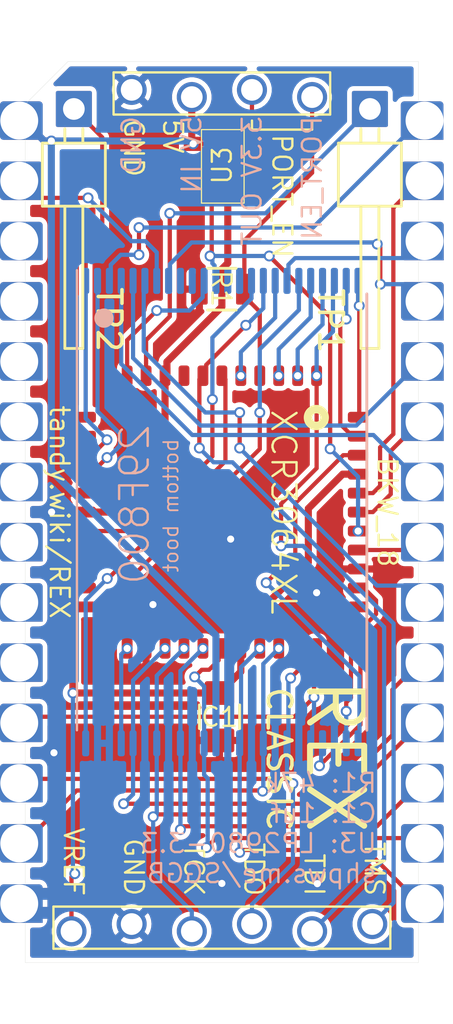
<source format=kicad_pcb>
(kicad_pcb (version 20171130) (host pcbnew 5.1.10-88a1d61d58~88~ubuntu20.10.1)
  (title_block (title "REX Classic, BKW re-spin") (date 2021-07-07) (rev 18) (company "Brian K. White - b.kenyon.w@gmail.com") (comment 1 "Original design: Steve Adolph"))
  (layers (0 Top signal) (31 Bottom signal) (34 B.Paste user hide) (35 F.Paste user hide) (36 B.SilkS user) (37 F.SilkS user) (38 B.Mask user) (39 F.Mask user) (44 Edge.Cuts user))
  (net 0 "")
  (net 1 GND)
  (net 2 +3V3)
  (net 3 /LVA17)
  (net 4 /LVA0)
  (net 5 /LVA1)
  (net 6 /LVA2)
  (net 7 /LVA3)
  (net 8 /LVA5)
  (net 9 /LVA6)
  (net 10 /LVA7)
  (net 11 /A8)
  (net 12 /LVA18)
  (net 13 /A9)
  (net 14 /A10)
  (net 15 /A11)
  (net 16 /A12)
  (net 17 /A13)
  (net 18 /A14)
  (net 19 /LVA15)
  (net 20 /LVA16)
  (net 21 /PORT_EN)
  (net 22 /ALE)
  (net 23 /~WE)
  (net 24 /D2)
  (net 25 /D0)
  (net 26 /D7)
  (net 27 /D5)
  (net 28 /D4)
  (net 29 /D3)
  (net 30 /~RESET)
  (net 31 /RY~BY)
  (net 32 /~OE_MEM)
  (net 33 /~CE_MEM)
  (net 34 /~CS_BUS)
  (net 35 /~OE_BUS)
  (net 36 +5V)
  (net 37 /D1_TDO)
  (net 38 /D6_TCK)
  (net 39 /LVA19_TMS)
  (net 40 /LVA4_TDI)
  (net 41 "Net-(TP1-Pad1)")
  (net 42 "Net-(TP2-Pad1)")
  (module 000_LOCAL:Molex78802_PCB_28 (layer Top) (at 147.2184 99.187)
    (fp_text reference J1 hide)
    (fp_text value TRS-80_Model_100_Option_ROM hide)
    (fp_poly (pts (xy -7.717 -15.8496) (xy -9.2156 -15.8496) (xy -9.2156 -17.1704) (xy -7.717 -17.1704)) (layer Bottom) (width 0.3048))
    (fp_poly (pts (xy -7.717 -15.8496) (xy -9.2156 -15.8496) (xy -9.2156 -17.1704) (xy -7.717 -17.1704)) (layer Top) (width 0.3048))
    (fp_poly (pts (xy -7.717 -13.3096) (xy -9.2156 -13.3096) (xy -9.2156 -14.6304) (xy -7.717 -14.6304)) (layer Top) (width 0.3048))
    (fp_poly (pts (xy -7.717 -10.7696) (xy -9.2156 -10.7696) (xy -9.2156 -12.0904) (xy -7.717 -12.0904)) (layer Top) (width 0.3048))
    (fp_poly (pts (xy -7.717 -8.2296) (xy -9.2156 -8.2296) (xy -9.2156 -9.5504) (xy -7.717 -9.5504)) (layer Top) (width 0.3048))
    (fp_poly (pts (xy -7.717 -5.6896) (xy -9.2156 -5.6896) (xy -9.2156 -7.0104) (xy -7.717 -7.0104)) (layer Top) (width 0.3048))
    (fp_poly (pts (xy -7.717 -3.1496) (xy -9.2156 -3.1496) (xy -9.2156 -4.4704) (xy -7.717 -4.4704)) (layer Top) (width 0.3048))
    (fp_poly (pts (xy -7.717 -0.6096) (xy -9.2156 -0.6096) (xy -9.2156 -1.9304) (xy -7.717 -1.9304)) (layer Top) (width 0.3048))
    (fp_poly (pts (xy -7.717 1.9304) (xy -9.2156 1.9304) (xy -9.2156 0.6096) (xy -7.717 0.6096)) (layer Top) (width 0.3048))
    (fp_poly (pts (xy -7.717 4.4704) (xy -9.2156 4.4704) (xy -9.2156 3.1496) (xy -7.717 3.1496)) (layer Top) (width 0.3048))
    (fp_poly (pts (xy -7.717 7.0104) (xy -9.2156 7.0104) (xy -9.2156 5.6896) (xy -7.717 5.6896)) (layer Top) (width 0.3048))
    (fp_poly (pts (xy -7.717 9.5504) (xy -9.2156 9.5504) (xy -9.2156 8.2296) (xy -7.717 8.2296)) (layer Top) (width 0.3048))
    (fp_poly (pts (xy -7.717 12.0904) (xy -9.2156 12.0904) (xy -9.2156 10.7696) (xy -7.717 10.7696)) (layer Top) (width 0.3048))
    (fp_poly (pts (xy -7.717 14.6304) (xy -9.2156 14.6304) (xy -9.2156 13.3096) (xy -7.717 13.3096)) (layer Top) (width 0.3048))
    (fp_poly (pts (xy -7.717 17.1704) (xy -9.2156 17.1704) (xy -9.2156 15.8496) (xy -7.717 15.8496)) (layer Top) (width 0.3048))
    (fp_poly (pts (xy -7.717 10.7696) (xy -9.2156 10.7696) (xy -9.2156 12.0904) (xy -7.717 12.0904)) (layer Bottom) (width 0.3048))
    (fp_poly (pts (xy -7.717 15.8496) (xy -9.2156 15.8496) (xy -9.2156 17.1704) (xy -7.717 17.1704)) (layer Bottom) (width 0.3048))
    (fp_poly (pts (xy -7.717 -14.6304) (xy -9.2156 -14.6304) (xy -9.2156 -13.3096) (xy -7.717 -13.3096)) (layer Bottom) (width 0.3048))
    (fp_poly (pts (xy -7.717 8.2296) (xy -9.2156 8.2296) (xy -9.2156 9.5504) (xy -7.717 9.5504)) (layer Bottom) (width 0.3048))
    (fp_poly (pts (xy -7.717 5.6896) (xy -9.2156 5.6896) (xy -9.2156 7.0104) (xy -7.717 7.0104)) (layer Bottom) (width 0.3048))
    (fp_poly (pts (xy -7.717 -7.0104) (xy -9.2156 -7.0104) (xy -9.2156 -5.6896) (xy -7.717 -5.6896)) (layer Bottom) (width 0.3048))
    (fp_poly (pts (xy -7.717 -9.5504) (xy -9.2156 -9.5504) (xy -9.2156 -8.2296) (xy -7.717 -8.2296)) (layer Bottom) (width 0.3048))
    (fp_poly (pts (xy -7.717 13.3096) (xy -9.2156 13.3096) (xy -9.2156 14.6304) (xy -7.717 14.6304)) (layer Bottom) (width 0.3048))
    (fp_poly (pts (xy -7.717 -1.9304) (xy -9.2156 -1.9304) (xy -9.2156 -0.6096) (xy -7.717 -0.6096)) (layer Bottom) (width 0.3048))
    (fp_poly (pts (xy -7.717 -4.4704) (xy -9.2156 -4.4704) (xy -9.2156 -3.1496) (xy -7.717 -3.1496)) (layer Bottom) (width 0.3048))
    (fp_poly (pts (xy -7.717 -12.0904) (xy -9.2156 -12.0904) (xy -9.2156 -10.7696) (xy -7.717 -10.7696)) (layer Bottom) (width 0.3048))
    (fp_poly (pts (xy -7.717 3.1496) (xy -9.2156 3.1496) (xy -9.2156 4.4704) (xy -7.717 4.4704)) (layer Bottom) (width 0.3048))
    (fp_poly (pts (xy -7.717 0.6096) (xy -9.2156 0.6096) (xy -9.2156 1.9304) (xy -7.717 1.9304)) (layer Bottom) (width 0.3048))
    (fp_poly (pts (xy 9.2029 -15.8496) (xy 7.7043 -15.8496) (xy 7.7043 -17.1704) (xy 9.2029 -17.1704)) (layer Bottom) (width 0.3048))
    (fp_poly (pts (xy 9.2029 -15.8496) (xy 7.7043 -15.8496) (xy 7.7043 -17.1704) (xy 9.2029 -17.1704)) (layer Top) (width 0.3048))
    (fp_poly (pts (xy 9.2156 -8.2296) (xy 7.717 -8.2296) (xy 7.717 -9.5504) (xy 9.2156 -9.5504)) (layer Top) (width 0.3048))
    (fp_poly (pts (xy 9.2156 15.8496) (xy 7.717 15.8496) (xy 7.717 17.1704) (xy 9.2156 17.1704)) (layer Bottom) (width 0.3048))
    (fp_poly (pts (xy 9.2156 -13.3096) (xy 7.717 -13.3096) (xy 7.717 -14.6304) (xy 9.2156 -14.6304)) (layer Top) (width 0.3048))
    (fp_poly (pts (xy 9.2156 -7.0104) (xy 7.717 -7.0104) (xy 7.717 -5.6896) (xy 9.2156 -5.6896)) (layer Bottom) (width 0.3048))
    (fp_poly (pts (xy 9.2156 5.6896) (xy 7.717 5.6896) (xy 7.717 7.0104) (xy 9.2156 7.0104)) (layer Bottom) (width 0.3048))
    (fp_poly (pts (xy 9.2156 17.1704) (xy 7.717 17.1704) (xy 7.717 15.8496) (xy 9.2156 15.8496)) (layer Top) (width 0.3048))
    (fp_poly (pts (xy 9.2156 -5.6896) (xy 7.717 -5.6896) (xy 7.717 -7.0104) (xy 9.2156 -7.0104)) (layer Top) (width 0.3048))
    (fp_poly (pts (xy 9.2156 -1.9304) (xy 7.717 -1.9304) (xy 7.717 -0.6096) (xy 9.2156 -0.6096)) (layer Bottom) (width 0.3048))
    (fp_poly (pts (xy 9.2156 -3.1496) (xy 7.717 -3.1496) (xy 7.717 -4.4704) (xy 9.2156 -4.4704)) (layer Top) (width 0.3048))
    (fp_poly (pts (xy 9.2156 9.5504) (xy 7.717 9.5504) (xy 7.717 8.2296) (xy 9.2156 8.2296)) (layer Top) (width 0.3048))
    (fp_poly (pts (xy 9.2156 12.0904) (xy 7.717 12.0904) (xy 7.717 10.7696) (xy 9.2156 10.7696)) (layer Top) (width 0.3048))
    (fp_poly (pts (xy 9.2156 -14.6304) (xy 7.717 -14.6304) (xy 7.717 -13.3096) (xy 9.2156 -13.3096)) (layer Bottom) (width 0.3048))
    (fp_poly (pts (xy 9.2156 -12.0904) (xy 7.717 -12.0904) (xy 7.717 -10.7696) (xy 9.2156 -10.7696)) (layer Bottom) (width 0.3048))
    (fp_poly (pts (xy 9.2156 3.1496) (xy 7.717 3.1496) (xy 7.717 4.4704) (xy 9.2156 4.4704)) (layer Bottom) (width 0.3048))
    (fp_poly (pts (xy 9.2156 0.6096) (xy 7.717 0.6096) (xy 7.717 1.9304) (xy 9.2156 1.9304)) (layer Bottom) (width 0.3048))
    (fp_poly (pts (xy 9.2156 -9.5504) (xy 7.717 -9.5504) (xy 7.717 -8.2296) (xy 9.2156 -8.2296)) (layer Bottom) (width 0.3048))
    (fp_poly (pts (xy 9.2156 -10.7696) (xy 7.717 -10.7696) (xy 7.717 -12.0904) (xy 9.2156 -12.0904)) (layer Top) (width 0.3048))
    (fp_poly (pts (xy 9.2156 13.3096) (xy 7.717 13.3096) (xy 7.717 14.6304) (xy 9.2156 14.6304)) (layer Bottom) (width 0.3048))
    (fp_poly (pts (xy 9.2156 8.2296) (xy 7.717 8.2296) (xy 7.717 9.5504) (xy 9.2156 9.5504)) (layer Bottom) (width 0.3048))
    (fp_poly (pts (xy 9.2156 -4.4704) (xy 7.717 -4.4704) (xy 7.717 -3.1496) (xy 9.2156 -3.1496)) (layer Bottom) (width 0.3048))
    (fp_poly (pts (xy 9.2156 4.4704) (xy 7.717 4.4704) (xy 7.717 3.1496) (xy 9.2156 3.1496)) (layer Top) (width 0.3048))
    (fp_poly (pts (xy 9.2156 10.7696) (xy 7.717 10.7696) (xy 7.717 12.0904) (xy 9.2156 12.0904)) (layer Bottom) (width 0.3048))
    (fp_poly (pts (xy 9.2156 7.0104) (xy 7.717 7.0104) (xy 7.717 5.6896) (xy 9.2156 5.6896)) (layer Top) (width 0.3048))
    (fp_poly (pts (xy 9.2156 14.6304) (xy 7.717 14.6304) (xy 7.717 13.3096) (xy 9.2156 13.3096)) (layer Top) (width 0.3048))
    (fp_poly (pts (xy 9.2156 -0.6096) (xy 7.717 -0.6096) (xy 7.717 -1.9304) (xy 9.2156 -1.9304)) (layer Top) (width 0.3048))
    (fp_poly (pts (xy 9.2156 1.9304) (xy 7.717 1.9304) (xy 7.717 0.6096) (xy 9.2156 0.6096)) (layer Top) (width 0.3048))
    (pad 1 thru_hole circle (at -8.5552 -16.51) (size 1.6002 1.6002) (drill 1.59766) (layers *.Cu *.Mask) (net 36 +5V))
    (pad 28 thru_hole circle (at 8.5552 -16.51 180) (size 1.6002 1.6002) (drill 1.59766) (layers *.Cu *.Mask) (net 18 /A14))
    (pad 14 thru_hole circle (at -8.5552 16.51) (size 1.6002 1.6002) (drill 1.59766) (layers *.Cu *.Mask) (net 1 GND))
    (pad 27 thru_hole circle (at 8.5552 -13.97 180) (size 1.6002 1.6002) (drill 1.59766) (layers *.Cu *.Mask) (net 34 /~CS_BUS))
    (pad 13 thru_hole circle (at -8.5552 13.97) (size 1.6002 1.6002) (drill 1.59766) (layers *.Cu *.Mask) (net 24 /D2))
    (pad 26 thru_hole circle (at 8.5552 -11.43 180) (size 1.6002 1.6002) (drill 1.59766) (layers *.Cu *.Mask) (net 11 /A8))
    (pad 12 thru_hole circle (at -8.5552 11.43) (size 1.6002 1.6002) (drill 1.59766) (layers *.Cu *.Mask) (net 37 /D1_TDO))
    (pad 25 thru_hole circle (at 8.5552 -8.89 180) (size 1.6002 1.6002) (drill 1.59766) (layers *.Cu *.Mask) (net 13 /A9))
    (pad 11 thru_hole circle (at -8.5552 8.89) (size 1.6002 1.6002) (drill 1.59766) (layers *.Cu *.Mask) (net 25 /D0))
    (pad 24 thru_hole circle (at 8.5552 -6.35 180) (size 1.6002 1.6002) (drill 1.59766) (layers *.Cu *.Mask) (net 16 /A12))
    (pad 10 thru_hole circle (at -8.5552 6.35) (size 1.6002 1.6002) (drill 1.59766) (layers *.Cu *.Mask))
    (pad 23 thru_hole circle (at 8.5552 -3.81 180) (size 1.6002 1.6002) (drill 1.59766) (layers *.Cu *.Mask) (net 22 /ALE))
    (pad 9 thru_hole circle (at -8.5552 3.81) (size 1.6002 1.6002) (drill 1.59766) (layers *.Cu *.Mask))
    (pad 22 thru_hole circle (at 8.5552 -1.27 180) (size 1.6002 1.6002) (drill 1.59766) (layers *.Cu *.Mask) (net 17 /A13))
    (pad 8 thru_hole circle (at -8.5552 1.27) (size 1.6002 1.6002) (drill 1.59766) (layers *.Cu *.Mask))
    (pad 21 thru_hole circle (at 8.5552 1.27 180) (size 1.6002 1.6002) (drill 1.59766) (layers *.Cu *.Mask) (net 35 /~OE_BUS))
    (pad 7 thru_hole circle (at -8.5552 -1.27) (size 1.6002 1.6002) (drill 1.59766) (layers *.Cu *.Mask))
    (pad 20 thru_hole circle (at 8.5552 3.81 180) (size 1.6002 1.6002) (drill 1.59766) (layers *.Cu *.Mask) (net 15 /A11))
    (pad 6 thru_hole circle (at -8.5552 -3.81) (size 1.6002 1.6002) (drill 1.59766) (layers *.Cu *.Mask))
    (pad 19 thru_hole circle (at 8.5552 6.35 180) (size 1.6002 1.6002) (drill 1.59766) (layers *.Cu *.Mask) (net 26 /D7))
    (pad 5 thru_hole circle (at -8.5552 -6.35) (size 1.6002 1.6002) (drill 1.59766) (layers *.Cu *.Mask))
    (pad 18 thru_hole circle (at 8.5552 8.89 180) (size 1.6002 1.6002) (drill 1.59766) (layers *.Cu *.Mask) (net 38 /D6_TCK))
    (pad 4 thru_hole circle (at -8.5552 -8.89) (size 1.6002 1.6002) (drill 1.59766) (layers *.Cu *.Mask))
    (pad 17 thru_hole circle (at 8.5552 11.43 180) (size 1.6002 1.6002) (drill 1.59766) (layers *.Cu *.Mask) (net 27 /D5))
    (pad 3 thru_hole circle (at -8.5552 -11.43) (size 1.6002 1.6002) (drill 1.59766) (layers *.Cu *.Mask))
    (pad 16 thru_hole circle (at 8.5552 13.97 180) (size 1.6002 1.6002) (drill 1.59766) (layers *.Cu *.Mask) (net 28 /D4))
    (pad 2 thru_hole circle (at -8.5552 -13.97) (size 1.6002 1.6002) (drill 1.59766) (layers *.Cu *.Mask) (net 14 /A10))
    (pad 15 thru_hole circle (at 8.5552 16.51 180) (size 1.6002 1.6002) (drill 1.59766) (layers *.Cu *.Mask) (net 29 /D3))
  )
  (module 000_LOCAL:1x6_jamb_stagger (layer Top) (at 147.2184 116.713)
    (fp_text reference J2 hide)
    (fp_text value JTAG)
    (pad 6 thru_hole circle (at 6.35 -0.1524) (size 1.27 1.27) (drill 0.9144) (layers *.Cu *.Mask) (net 39 /LVA19_TMS))
    (pad 5 thru_hole circle (at 3.81 0.1524) (size 1.27 1.27) (drill 0.9144) (layers *.Cu *.Mask) (net 40 /LVA4_TDI))
    (pad 4 thru_hole circle (at 1.27 -0.1524) (size 1.27 1.27) (drill 0.9144) (layers *.Cu *.Mask) (net 37 /D1_TDO))
    (pad 3 thru_hole circle (at -1.27 0.1524) (size 1.27 1.27) (drill 0.9144) (layers *.Cu *.Mask) (net 38 /D6_TCK))
    (pad 2 thru_hole circle (at -3.81 -0.1524) (size 1.27 1.27) (drill 0.9144) (layers *.Cu *.Mask) (net 1 GND))
    (pad 1 thru_hole circle (at -6.35 0.1524) (size 1.27 1.27) (drill 0.9144) (layers *.Cu *.Mask) (net 2 +3V3))
  )
  (module 000_LOCAL:1x4_jamb_stagger (layer Top) (at 147.2184 81.534)
    (fp_text reference J3 hide)
    (fp_text value PRG)
    (pad 4 thru_hole circle (at 3.81 0.1524) (size 1.27 1.27) (drill 0.9144) (layers *.Cu *.Mask) (net 21 /PORT_EN))
    (pad 3 thru_hole circle (at 1.27 -0.1524) (size 1.27 1.27) (drill 0.9144) (layers *.Cu *.Mask) (net 2 +3V3))
    (pad 2 thru_hole circle (at -1.27 0.1524) (size 1.27 1.27) (drill 0.9144) (layers *.Cu *.Mask) (net 36 +5V))
    (pad 1 thru_hole circle (at -3.81 -0.1524) (size 1.27 1.27) (drill 0.9144) (layers *.Cu *.Mask) (net 1 GND))
  )
  (module 000_LOCAL:Net_Tie_2_0.18mm (layer Top) (at 146.7884 85.887 90)
    (fp_text reference NT1 hide)
    (fp_text value Net-Tie_2 hide)
    (fp_line (start -0.1 0) (end 0.1 0) (layer Top) (width 0.18))
    (pad 2 smd circle (at 0.1 0 90) (size 0.18 0.18) (layers Top F.Paste) (net 36 +5V))
    (pad 1 smd circle (at -0.1 0 90) (size 0.18 0.18) (layers Top F.Paste) (net 30 /~RESET))
  )
  (module 000_LOCAL:R_0805 (layer Top) (at 147.2184 89.787 180)
    (fp_text reference R1 (at 0.0254 0.0274 270 unlocked) (layer F.SilkS) (effects (font (size 0.8 0.8) (thickness 0.1))))
    (fp_text value 47k)
    (pad 1 smd roundrect (at -0.95 0 180) (size 0.7 1.3) (layers Top F.Paste F.Mask) (roundrect_rratio 0.1) (net 21 /PORT_EN))
    (pad 2 smd roundrect (at 0.95 0 180) (size 0.7 1.3) (layers Top F.Paste F.Mask) (roundrect_rratio 0.1) (net 1 GND))
  )
  (module 000_LOCAL:C_0805 (layer Top) (at 147.1184 107.81792 270)
    (fp_text reference C1 (at 0.01908 0) (layer F.SilkS) (effects (font (size 0.8 0.8) (thickness 0.1))))
    (fp_text value C-USC0805)
    (pad 1 smd roundrect (at -1 0 270) (size 1 1.25) (layers Top F.Paste F.Mask) (roundrect_rratio 0.1) (net 2 +3V3))
    (pad 2 smd roundrect (at 1 0 270) (size 1 1.25) (layers Top F.Paste F.Mask) (roundrect_rratio 0.1) (net 1 GND))
  )
  (module 000_LOCAL:SOT-23-5 (layer Top) (at 147.2565 84.6074)
    (fp_text reference U3 (at -0.02794 -0.04064 -90) (layer F.SilkS) (effects (font (size 0.8 0.8) (thickness 0.1))))
    (fp_text value LP2980-3.3)
    (pad 1 smd roundrect (at -1.25 -0.95) (size 0.8 0.6) (layers Top F.Paste F.Mask) (roundrect_rratio 0.1) (net 36 +5V))
    (pad 2 smd roundrect (at -1.25 0) (size 0.8 0.6) (layers Top F.Paste F.Mask) (roundrect_rratio 0.1) (net 1 GND))
    (pad 3 smd roundrect (at -1.25 0.95) (size 0.8 0.6) (layers Top F.Paste F.Mask) (roundrect_rratio 0.1) (net 36 +5V))
    (pad 4 smd roundrect (at 1.25 0.95) (size 0.8 0.6) (layers Top F.Paste F.Mask) (roundrect_rratio 0.1))
    (pad 5 smd roundrect (at 1.25 -0.95) (size 0.8 0.6) (layers Top F.Paste F.Mask) (roundrect_rratio 0.1) (net 2 +3V3))
  )
  (module 000_LOCAL:1x1_pin_h (layer Top) (at 153.4684 82.187 270)
    (fp_text reference TP1 (at 8.9343 1.6622 270 unlocked) (layer F.SilkS))
    (fp_text value PINHD-1X1)
    (pad 1 thru_hole roundrect (at 0 0 270) (size 1.524 1.524) (drill 0.9144) (layers *.Cu *.Mask) (roundrect_rratio 0.05) (net 41 "Net-(TP1-Pad1)"))
  )
  (module 000_LOCAL:1x1_pin_h (layer Top) (at 140.9684 82.187 270)
    (fp_text reference TP2 (at 8.8843 -1.4872 270 unlocked) (layer F.SilkS))
    (fp_text value PINHD-1X1)
    (pad 1 thru_hole roundrect (at 0 0 270) (size 1.524 1.524) (drill 0.9144) (layers *.Cu *.Mask) (roundrect_rratio 0.05) (net 42 "Net-(TP2-Pad1)"))
  )
  (module 000_LOCAL:TSOP-48 (layer Bottom) (at 147.2184 99.187 270)
    (fp_text reference U2 hide)
    (fp_text value 29F800 (at -3.77698 2.97942 90) (layer B.SilkS) (effects (font (size 1.2065 1.2065) (thickness 0.1016)) (justify left bottom mirror)))
    (pad 48 smd roundrect (at 9.75 5.75 270) (size 1.1 0.3) (layers Bottom B.Paste B.Mask) (roundrect_rratio 0.32) (net 3 /LVA17))
    (pad 47 smd roundrect (at 9.75 5.25 270) (size 1.1 0.3) (layers Bottom B.Paste B.Mask) (roundrect_rratio 0.32) (net 1 GND))
    (pad 46 smd roundrect (at 9.75 4.75 270) (size 1.1 0.3) (layers Bottom B.Paste B.Mask) (roundrect_rratio 0.32) (net 1 GND))
    (pad 45 smd roundrect (at 9.75 4.25 270) (size 1.1 0.3) (layers Bottom B.Paste B.Mask) (roundrect_rratio 0.32) (net 4 /LVA0))
    (pad 44 smd roundrect (at 9.75 3.75 270) (size 1.1 0.3) (layers Bottom B.Paste B.Mask) (roundrect_rratio 0.32) (net 26 /D7))
    (pad 43 smd roundrect (at 9.75 3.25 270) (size 1.1 0.3) (layers Bottom B.Paste B.Mask) (roundrect_rratio 0.32) (net 1 GND))
    (pad 42 smd roundrect (at 9.75 2.75 270) (size 1.1 0.3) (layers Bottom B.Paste B.Mask) (roundrect_rratio 0.32) (net 38 /D6_TCK))
    (pad 41 smd roundrect (at 9.75 2.25 270) (size 1.1 0.3) (layers Bottom B.Paste B.Mask) (roundrect_rratio 0.32) (net 1 GND))
    (pad 40 smd roundrect (at 9.75 1.75 270) (size 1.1 0.3) (layers Bottom B.Paste B.Mask) (roundrect_rratio 0.32) (net 27 /D5))
    (pad 39 smd roundrect (at 9.75 1.25 270) (size 1.1 0.3) (layers Bottom B.Paste B.Mask) (roundrect_rratio 0.32) (net 1 GND))
    (pad 38 smd roundrect (at 9.75 0.75 270) (size 1.1 0.3) (layers Bottom B.Paste B.Mask) (roundrect_rratio 0.32) (net 28 /D4))
    (pad 37 smd roundrect (at 9.75 0.25 270) (size 1.1 0.3) (layers Bottom B.Paste B.Mask) (roundrect_rratio 0.32) (net 36 +5V))
    (pad 36 smd roundrect (at 9.75 -0.25 270) (size 1.1 0.3) (layers Bottom B.Paste B.Mask) (roundrect_rratio 0.32) (net 1 GND))
    (pad 35 smd roundrect (at 9.75 -0.75 270) (size 1.1 0.3) (layers Bottom B.Paste B.Mask) (roundrect_rratio 0.32) (net 29 /D3))
    (pad 34 smd roundrect (at 9.75 -1.25 270) (size 1.1 0.3) (layers Bottom B.Paste B.Mask) (roundrect_rratio 0.32) (net 1 GND))
    (pad 33 smd roundrect (at 9.75 -1.75 270) (size 1.1 0.3) (layers Bottom B.Paste B.Mask) (roundrect_rratio 0.32) (net 24 /D2))
    (pad 32 smd roundrect (at 9.75 -2.25 270) (size 1.1 0.3) (layers Bottom B.Paste B.Mask) (roundrect_rratio 0.32) (net 1 GND))
    (pad 31 smd roundrect (at 9.75 -2.75 270) (size 1.1 0.3) (layers Bottom B.Paste B.Mask) (roundrect_rratio 0.32) (net 37 /D1_TDO))
    (pad 30 smd roundrect (at 9.75 -3.25 270) (size 1.1 0.3) (layers Bottom B.Paste B.Mask) (roundrect_rratio 0.32) (net 1 GND))
    (pad 29 smd roundrect (at 9.75 -3.75 270) (size 1.1 0.3) (layers Bottom B.Paste B.Mask) (roundrect_rratio 0.32) (net 25 /D0))
    (pad 28 smd roundrect (at 9.75 -4.25 270) (size 1.1 0.3) (layers Bottom B.Paste B.Mask) (roundrect_rratio 0.32) (net 32 /~OE_MEM))
    (pad 27 smd roundrect (at 9.75 -4.75 270) (size 1.1 0.3) (layers Bottom B.Paste B.Mask) (roundrect_rratio 0.32) (net 1 GND))
    (pad 26 smd roundrect (at 9.75 -5.25 270) (size 1.1 0.3) (layers Bottom B.Paste B.Mask) (roundrect_rratio 0.32) (net 33 /~CE_MEM))
    (pad 24 smd roundrect (at -9.75 -5.75 270) (size 1.1 0.3) (layers Bottom B.Paste B.Mask) (roundrect_rratio 0.32) (net 6 /LVA2))
    (pad 23 smd roundrect (at -9.75 -5.25 270) (size 1.1 0.3) (layers Bottom B.Paste B.Mask) (roundrect_rratio 0.32) (net 7 /LVA3))
    (pad 22 smd roundrect (at -9.75 -4.75 270) (size 1.1 0.3) (layers Bottom B.Paste B.Mask) (roundrect_rratio 0.32) (net 40 /LVA4_TDI))
    (pad 21 smd roundrect (at -9.75 -4.25 270) (size 1.1 0.3) (layers Bottom B.Paste B.Mask) (roundrect_rratio 0.32) (net 8 /LVA5))
    (pad 20 smd roundrect (at -9.75 -3.75 270) (size 1.1 0.3) (layers Bottom B.Paste B.Mask) (roundrect_rratio 0.32) (net 9 /LVA6))
    (pad 19 smd roundrect (at -9.75 -3.25 270) (size 1.1 0.3) (layers Bottom B.Paste B.Mask) (roundrect_rratio 0.32) (net 10 /LVA7))
    (pad 18 smd roundrect (at -9.75 -2.75 270) (size 1.1 0.3) (layers Bottom B.Paste B.Mask) (roundrect_rratio 0.32) (net 11 /A8))
    (pad 17 smd roundrect (at -9.75 -2.25 270) (size 1.1 0.3) (layers Bottom B.Paste B.Mask) (roundrect_rratio 0.32) (net 12 /LVA18))
    (pad 16 smd roundrect (at -9.75 -1.75 270) (size 1.1 0.3) (layers Bottom B.Paste B.Mask) (roundrect_rratio 0.32) (net 39 /LVA19_TMS))
    (pad 15 smd roundrect (at -9.75 -1.25 270) (size 1.1 0.3) (layers Bottom B.Paste B.Mask) (roundrect_rratio 0.32) (net 31 /RY~BY))
    (pad 14 smd roundrect (at -9.75 -0.75 270) (size 1.1 0.3) (layers Bottom B.Paste B.Mask) (roundrect_rratio 0.32))
    (pad 13 smd roundrect (at -9.75 -0.25 270) (size 1.1 0.3) (layers Bottom B.Paste B.Mask) (roundrect_rratio 0.32))
    (pad 12 smd roundrect (at -9.75 0.25 270) (size 1.1 0.3) (layers Bottom B.Paste B.Mask) (roundrect_rratio 0.32) (net 30 /~RESET))
    (pad 11 smd roundrect (at -9.75 0.75 270) (size 1.1 0.3) (layers Bottom B.Paste B.Mask) (roundrect_rratio 0.32) (net 23 /~WE))
    (pad 10 smd roundrect (at -9.75 1.25 270) (size 1.1 0.3) (layers Bottom B.Paste B.Mask) (roundrect_rratio 0.32))
    (pad 9 smd roundrect (at -9.75 1.75 270) (size 1.1 0.3) (layers Bottom B.Paste B.Mask) (roundrect_rratio 0.32))
    (pad 8 smd roundrect (at -9.75 2.25 270) (size 1.1 0.3) (layers Bottom B.Paste B.Mask) (roundrect_rratio 0.32) (net 13 /A9))
    (pad 7 smd roundrect (at -9.75 2.75 270) (size 1.1 0.3) (layers Bottom B.Paste B.Mask) (roundrect_rratio 0.32) (net 14 /A10))
    (pad 6 smd roundrect (at -9.75 3.25 270) (size 1.1 0.3) (layers Bottom B.Paste B.Mask) (roundrect_rratio 0.32) (net 15 /A11))
    (pad 5 smd roundrect (at -9.75 3.75 270) (size 1.1 0.3) (layers Bottom B.Paste B.Mask) (roundrect_rratio 0.32) (net 16 /A12))
    (pad 4 smd roundrect (at -9.75 4.25 270) (size 1.1 0.3) (layers Bottom B.Paste B.Mask) (roundrect_rratio 0.32) (net 17 /A13))
    (pad 3 smd roundrect (at -9.75 4.75 270) (size 1.1 0.3) (layers Bottom B.Paste B.Mask) (roundrect_rratio 0.32) (net 18 /A14))
    (pad 2 smd roundrect (at -9.75 5.25 270) (size 1.1 0.3) (layers Bottom B.Paste B.Mask) (roundrect_rratio 0.32) (net 19 /LVA15))
    (pad 25 smd roundrect (at 9.75 -5.75 270) (size 1.1 0.3) (layers Bottom B.Paste B.Mask) (roundrect_rratio 0.32) (net 5 /LVA1))
    (pad 1 smd roundrect (at -9.75 5.75 270) (size 1.1 0.3) (layers Bottom B.Paste B.Mask) (roundrect_rratio 0.32) (net 20 /LVA16))
  )
  (module 000_LOCAL:QFP44 (layer Top) (at 147.2184 99.187 270)
    (fp_text reference U1 hide)
    (fp_text value XCR3064XL-10VQ44 hide)
    (pad 44 smd roundrect (at -4 -5.75 270) (size 0.4572 0.8636) (layers Top F.Paste F.Mask) (net 6 /LVA2))
    (pad 43 smd roundrect (at -3.2 -5.75 270) (size 0.4572 0.8636) (layers Top F.Paste F.Mask) (net 7 /LVA3))
    (pad 42 smd roundrect (at -2.4 -5.75 270) (size 0.4572 0.8636) (layers Top F.Paste F.Mask) (net 5 /LVA1))
    (pad 41 smd roundrect (at -1.6 -5.75 270) (size 0.4572 0.8636) (layers Top F.Paste F.Mask) (net 2 +3V3))
    (pad 40 smd roundrect (at -0.8 -5.75 270) (size 0.4572 0.8636) (layers Top F.Paste F.Mask) (net 34 /~CS_BUS))
    (pad 39 smd roundrect (at 0 -5.75 270) (size 0.4572 0.8636) (layers Top F.Paste F.Mask) (net 22 /ALE))
    (pad 38 smd roundrect (at 0.8 -5.75 270) (size 0.4572 0.8636) (layers Top F.Paste F.Mask) (net 30 /~RESET))
    (pad 37 smd roundrect (at 1.6 -5.75 270) (size 0.4572 0.8636) (layers Top F.Paste F.Mask) (net 35 /~OE_BUS))
    (pad 36 smd roundrect (at 2.4 -5.75 270) (size 0.4572 0.8636) (layers Top F.Paste F.Mask) (net 1 GND))
    (pad 35 smd roundrect (at 3.2 -5.75 270) (size 0.4572 0.8636) (layers Top F.Paste F.Mask) (net 32 /~OE_MEM))
    (pad 34 smd roundrect (at 4 -5.75 270) (size 0.4572 0.8636) (layers Top F.Paste F.Mask) (net 33 /~CE_MEM))
    (pad 33 smd roundrect (at 5.75 -4) (size 0.4572 0.8636) (layers Top F.Paste F.Mask) (net 25 /D0))
    (pad 32 smd roundrect (at 5.75 -3.2) (size 0.4572 0.8636) (layers Top F.Paste F.Mask) (net 37 /D1_TDO))
    (pad 31 smd roundrect (at 5.75 -2.4) (size 0.4572 0.8636) (layers Top F.Paste F.Mask) (net 24 /D2))
    (pad 30 smd roundrect (at 5.75 -1.6) (size 0.4572 0.8636) (layers Top F.Paste F.Mask) (net 29 /D3))
    (pad 29 smd roundrect (at 5.75 -0.8) (size 0.4572 0.8636) (layers Top F.Paste F.Mask) (net 2 +3V3))
    (pad 28 smd roundrect (at 5.75 0) (size 0.4572 0.8636) (layers Top F.Paste F.Mask) (net 28 /D4))
    (pad 27 smd roundrect (at 5.75 0.8) (size 0.4572 0.8636) (layers Top F.Paste F.Mask) (net 27 /D5))
    (pad 26 smd roundrect (at 5.75 1.6) (size 0.4572 0.8636) (layers Top F.Paste F.Mask) (net 38 /D6_TCK))
    (pad 25 smd roundrect (at 5.75 2.4) (size 0.4572 0.8636) (layers Top F.Paste F.Mask) (net 26 /D7))
    (pad 24 smd roundrect (at 5.75 3.2) (size 0.4572 0.8636) (layers Top F.Paste F.Mask) (net 1 GND))
    (pad 23 smd roundrect (at 5.75 4) (size 0.4572 0.8636) (layers Top F.Paste F.Mask) (net 4 /LVA0))
    (pad 22 smd roundrect (at 4 5.75 270) (size 0.4572 0.8636) (layers Top F.Paste F.Mask) (net 10 /LVA7))
    (pad 21 smd roundrect (at 3.2 5.75 270) (size 0.4572 0.8636) (layers Top F.Paste F.Mask))
    (pad 20 smd roundrect (at 2.4 5.75 270) (size 0.4572 0.8636) (layers Top F.Paste F.Mask))
    (pad 19 smd roundrect (at 1.6 5.75 270) (size 0.4572 0.8636) (layers Top F.Paste F.Mask))
    (pad 18 smd roundrect (at 0.8 5.75 270) (size 0.4572 0.8636) (layers Top F.Paste F.Mask) (net 31 /RY~BY))
    (pad 17 smd roundrect (at 0 5.75 270) (size 0.4572 0.8636) (layers Top F.Paste F.Mask) (net 2 +3V3))
    (pad 16 smd roundrect (at -0.8 5.75 270) (size 0.4572 0.8636) (layers Top F.Paste F.Mask) (net 1 GND))
    (pad 15 smd roundrect (at -1.6 5.75 270) (size 0.4572 0.8636) (layers Top F.Paste F.Mask) (net 19 /LVA15))
    (pad 14 smd roundrect (at -2.4 5.75 270) (size 0.4572 0.8636) (layers Top F.Paste F.Mask) (net 20 /LVA16))
    (pad 13 smd roundrect (at -3.2 5.75 270) (size 0.4572 0.8636) (layers Top F.Paste F.Mask))
    (pad 12 smd roundrect (at -4 5.75 270) (size 0.4572 0.8636) (layers Top F.Paste F.Mask) (net 42 "Net-(TP2-Pad1)"))
    (pad 11 smd roundrect (at -5.75 4) (size 0.4572 0.8636) (layers Top F.Paste F.Mask) (net 23 /~WE))
    (pad 10 smd roundrect (at -5.75 3.2) (size 0.4572 0.8636) (layers Top F.Paste F.Mask) (net 41 "Net-(TP1-Pad1)"))
    (pad 9 smd roundrect (at -5.75 2.4) (size 0.4572 0.8636) (layers Top F.Paste F.Mask) (net 2 +3V3))
    (pad 8 smd roundrect (at -5.75 1.6) (size 0.4572 0.8636) (layers Top F.Paste F.Mask))
    (pad 7 smd roundrect (at -5.75 0.8) (size 0.4572 0.8636) (layers Top F.Paste F.Mask) (net 39 /LVA19_TMS))
    (pad 6 smd roundrect (at -5.75 0) (size 0.4572 0.8636) (layers Top F.Paste F.Mask) (net 3 /LVA17))
    (pad 5 smd roundrect (at -5.75 -0.8) (size 0.4572 0.8636) (layers Top F.Paste F.Mask) (net 12 /LVA18))
    (pad 4 smd roundrect (at -5.75 -1.6) (size 0.4572 0.8636) (layers Top F.Paste F.Mask) (net 21 /PORT_EN))
    (pad 3 smd roundrect (at -5.75 -2.4) (size 0.4572 0.8636) (layers Top F.Paste F.Mask) (net 9 /LVA6))
    (pad 2 smd roundrect (at -5.75 -3.2) (size 0.4572 0.8636) (layers Top F.Paste F.Mask) (net 8 /LVA5))
    (pad 1 smd roundrect (at -5.75 -4) (size 0.4572 0.8636) (layers Top F.Paste F.Mask) (net 40 /LVA4_TDI))
  )
  (gr_text shpws.me/SGGB (at 153.8224 114.427) (layer B.SilkS) (effects (font (size 0.8 0.8) (thickness 0.1)) (justify left mirror)))
  (gr_line (start 140.7184 80.187) (end 138.9184 81.987) (layer Edge.Cuts) (width 0.01))
  (gr_line (start 138.9184 118.187) (end 138.9184 81.987) (layer Edge.Cuts) (width 0.01))
  (gr_line (start 155.5184 118.187) (end 155.5184 80.187) (layer Edge.Cuts) (width 0.01))
  (gr_text CLASSIC (at 149.6314 109.601 -90) (layer F.SilkS) (effects (font (size 1 1))))
  (gr_line (start 154.3304 117.602) (end 140.1064 117.602) (layer F.SilkS) (width 0.1))
  (gr_line (start 154.3304 115.824) (end 154.3304 117.602) (layer F.SilkS) (width 0.1))
  (gr_line (start 140.1064 115.824) (end 154.3304 115.824) (layer F.SilkS) (width 0.1))
  (gr_line (start 140.1064 117.602) (end 140.1064 115.824) (layer F.SilkS) (width 0.1))
  (gr_text GND (at 143.0274 82.55 -90) (layer F.SilkS) (effects (font (size 0.8 0.8) (thickness 0.1)) (justify left bottom)))
  (gr_line (start 151.0284 83.058) (end 151.0284 82.677) (layer F.SilkS) (width 0.1))
  (gr_line (start 148.4884 83.058) (end 151.0284 83.058) (layer F.SilkS) (width 0.1))
  (gr_line (start 148.4884 82.677) (end 148.4884 83.058) (layer F.SilkS) (width 0.1))
  (gr_line (start 151.7904 80.645) (end 142.6464 80.645) (layer F.SilkS) (width 0.1))
  (gr_line (start 151.7904 82.423) (end 151.7904 80.645) (layer F.SilkS) (width 0.1))
  (gr_line (start 142.6464 82.423) (end 151.7904 82.423) (layer F.SilkS) (width 0.1))
  (gr_line (start 142.6464 80.645) (end 142.6464 82.423) (layer F.SilkS) (width 0.1))
  (gr_line (start 140.7184 80.187) (end 155.5184 80.187) (layer Edge.Cuts) (width 0.01))
  (gr_line (start 155.5184 118.187) (end 138.9184 118.187) (layer Edge.Cuts) (width 0.01))
  (gr_text GND (at 143.4084 82.423 90) (layer B.SilkS) (effects (font (size 0.8 0.8) (thickness 0.1)) (justify left mirror)))
  (gr_text "5V IN" (at 145.9434 82.412 90) (layer B.SilkS) (effects (font (size 0.8 0.8) (thickness 0.1)) (justify left mirror)))
  (gr_text PORT_EN (at 151.0284 82.423 90) (layer B.SilkS) (effects (font (size 0.8 0.8) (thickness 0.1)) (justify left mirror)))
  (gr_text "3.3V OUT" (at 148.4884 82.423 90) (layer B.SilkS) (effects (font (size 0.8 0.8) (thickness 0.1)) (justify left mirror)))
  (gr_text tandy.wiki/REX (at 140.3604 99.187 -90) (layer F.SilkS) (effects (font (size 0.8 0.8) (thickness 0.1))))
  (gr_text PORT_EN (at 149.7584 83.185 -90) (layer F.SilkS) (effects (font (size 0.8 0.8) (thickness 0.1)) (justify left)))
  (gr_text BKW_18 (at 154.2034 99.187 -90) (layer F.SilkS) (effects (font (size 0.8 0.8) (thickness 0.1))))
  (gr_text "U3: LP2980-3.3" (at 153.8224 113.157) (layer B.SilkS) (effects (font (size 0.8 0.8) (thickness 0.1)) (justify left mirror)))
  (gr_text "C1: 1uf" (at 153.8224 111.887) (layer B.SilkS) (effects (font (size 0.8 0.8) (thickness 0.1)) (justify left mirror)))
  (gr_text "R1: 47k" (at 153.8224 110.617) (layer B.SilkS) (effects (font (size 0.8 0.8) (thickness 0.1)) (justify left mirror)))
  (gr_text "bottom boot" (at 145.0721 98.9076 90) (layer B.SilkS) (effects (font (size 0.6096 0.6096) (thickness 0.0762)) (justify mirror)))
  (gr_text 5V (at 144.6784 82.55 -90) (layer F.SilkS) (effects (font (size 0.8 0.8) (thickness 0.1)) (justify left bottom)))
  (gr_text REX (at 150.6474 109.474 -90) (layer F.SilkS) (effects (font (size 2.286 2.286) (thickness 0.254)) (justify bottom)))
  (gr_text TMS (at 153.1874 115.443 -90) (layer F.SilkS) (effects (font (size 0.8 0.8) (thickness 0.1)) (justify right bottom)))
  (gr_text TDI (at 150.6474 115.443 -90) (layer F.SilkS) (effects (font (size 0.8 0.8) (thickness 0.1)) (justify right bottom)))
  (gr_text TCK (at 145.5674 115.443 -90) (layer F.SilkS) (effects (font (size 0.8 0.8) (thickness 0.1)) (justify right bottom)))
  (gr_text TDO (at 148.1084 115.443 -90) (layer F.SilkS) (effects (font (size 0.8 0.8) (thickness 0.1)) (justify right bottom)))
  (gr_text GND (at 143.0274 115.443 -90) (layer F.SilkS) (effects (font (size 0.8 0.8) (thickness 0.1)) (justify right bottom)))
  (gr_text VREF (at 140.4874 115.443 -90) (layer F.SilkS) (effects (font (size 0.8 0.8) (thickness 0.1)) (justify right bottom)))
  (gr_text XCR3064XL (at 149.225 94.7928 -90) (layer F.SilkS) (effects (font (size 1.016 1.016) (thickness 0.1016)) (justify left bottom)))
  (segment (start 145.9468 108.9951) (end 145.94648 108.99542) (width 0.1778) (layer Bottom) (net 1))
  (segment (start 143.4084 81.3816) (end 143.4084 81.407) (width 0.3) (layer Top) (net 1))
  (segment (start 146.0184 89.537) (end 146.2684 89.787) (width 0.1778) (layer Top) (net 1))
  (segment (start 138.6632 115.697) (end 139.1539 115.697) (width 0.3) (layer Bottom) (net 1))
  (segment (start 139.0532 116.087) (end 140.0184 116.087) (width 0.5) (layer Bottom) (net 1))
  (segment (start 138.6632 115.697) (end 139.0532 116.087) (width 0.5) (layer Bottom) (net 1))
  (segment (start 139.0532 116.087) (end 140.0184 116.087) (width 0.5) (layer Top) (net 1))
  (segment (start 138.6632 115.697) (end 139.0532 116.087) (width 0.5) (layer Top) (net 1))
  (segment (start 139.0732 115.287) (end 140.0184 115.287) (width 0.5) (layer Top) (net 1))
  (segment (start 138.6632 115.697) (end 139.0732 115.287) (width 0.5) (layer Top) (net 1))
  (segment (start 139.0732 115.287) (end 140.0184 115.287) (width 0.5) (layer Bottom) (net 1))
  (segment (start 138.6632 115.697) (end 139.0732 115.287) (width 0.5) (layer Bottom) (net 1))
  (via (at 140.1284 109.337) (size 0.46) (drill 0.3) (layers Top Bottom) (net 1))
  (via (at 144.3084 103.087) (size 0.46) (drill 0.3) (layers Top Bottom) (net 1))
  (via (at 147.5884 100.327) (size 0.46) (drill 0.3) (layers Top Bottom) (net 1))
  (via (at 140.0284 99.187) (size 0.46) (drill 0.3) (layers Top Bottom) (net 1))
  (via (at 147.2184 114.847) (size 0.46) (drill 0.3) (layers Top Bottom) (net 1))
  (via (at 151.2484 114.857) (size 0.46) (drill 0.3) (layers Top Bottom) (net 1))
  (via (at 151.2184 102.587) (size 0.46) (drill 0.3) (layers Top Bottom) (net 1))
  (segment (start 147.11748 106.817) (end 147.1184 106.81792) (width 0.4064) (layer Top) (net 2))
  (segment (start 140.8303 116.8273) (end 140.8684 116.8654) (width 0.3) (layer Bottom) (net 2))
  (segment (start 148.4884 83.6393) (end 148.5065 83.6574) (width 0.18) (layer Top) (net 2))
  (segment (start 148.4884 81.3816) (end 148.4884 83.6393) (width 0.18) (layer Top) (net 2))
  (segment (start 148.0184 105.91792) (end 147.1184 106.81792) (width 0.3) (layer Top) (net 2))
  (segment (start 148.0184 104.157) (end 148.0184 105.91792) (width 0.3) (layer Top) (net 2))
  (segment (start 150.8684 101.307) (end 148.0184 104.157) (width 0.3) (layer Top) (net 2))
  (segment (start 150.8684 99.037) (end 150.8684 101.307) (width 0.3) (layer Top) (net 2))
  (segment (start 152.3184 97.587) (end 150.8684 99.037) (width 0.3) (layer Top) (net 2))
  (segment (start 152.9684 97.587) (end 152.3184 97.587) (width 0.3) (layer Top) (net 2))
  (segment (start 140.8684 114.577) (end 140.8684 116.8654) (width 0.18) (layer Top) (net 2))
  (segment (start 141.0084 114.437) (end 140.8684 114.577) (width 0.18) (layer Top) (net 2))
  (via (at 141.0084 114.437) (size 0.46) (drill 0.3) (layers Top Bottom) (net 2))
  (segment (start 140.9284 106.817) (end 147.11748 106.817) (width 0.3) (layer Top) (net 2))
  (via (at 140.9284 106.817) (size 0.46) (drill 0.3) (layers Top Bottom) (net 2))
  (segment (start 140.9284 114.357) (end 141.0084 114.437) (width 0.18) (layer Bottom) (net 2))
  (segment (start 140.9284 106.817) (end 140.9284 114.357) (width 0.18) (layer Bottom) (net 2))
  (segment (start 144.8184 97.177) (end 144.8184 93.437) (width 0.3) (layer Top) (net 2))
  (segment (start 142.8084 99.187) (end 144.8184 97.177) (width 0.3) (layer Top) (net 2))
  (segment (start 140.7084 99.647) (end 141.1684 99.187) (width 0.3) (layer Top) (net 2))
  (segment (start 140.7084 103.587) (end 140.7084 99.647) (width 0.3) (layer Top) (net 2))
  (segment (start 140.9284 103.807) (end 140.7084 103.587) (width 0.3) (layer Top) (net 2))
  (segment (start 141.1684 99.187) (end 142.8084 99.187) (width 0.3) (layer Top) (net 2))
  (segment (start 140.9284 106.817) (end 140.9284 103.807) (width 0.3) (layer Top) (net 2))
  (segment (start 148.398 83.6574) (end 148.5065 83.6574) (width 0.3) (layer Top) (net 2))
  (segment (start 147.4684 84.587) (end 148.398 83.6574) (width 0.3) (layer Top) (net 2))
  (segment (start 147.4684 88.687) (end 147.4684 84.587) (width 0.3) (layer Top) (net 2))
  (segment (start 147.2184 90.527) (end 147.2184 88.937) (width 0.3) (layer Top) (net 2))
  (segment (start 144.8984 92.847) (end 147.2184 90.527) (width 0.3) (layer Top) (net 2))
  (segment (start 147.2184 88.937) (end 147.4684 88.687) (width 0.3) (layer Top) (net 2))
  (segment (start 144.8984 93.357) (end 144.8984 92.847) (width 0.3) (layer Top) (net 2))
  (segment (start 144.8184 93.437) (end 144.8984 93.357) (width 0.3) (layer Top) (net 2))
  (segment (start 147.3684 97.037) (end 147.3684 93.587) (width 0.1778) (layer Top) (net 3))
  (segment (start 142.4184 101.987) (end 147.3684 97.037) (width 0.1778) (layer Top) (net 3))
  (segment (start 142.3784 101.987) (end 142.4184 101.987) (width 0.1778) (layer Top) (net 3))
  (segment (start 147.3684 93.587) (end 147.2184 93.437) (width 0.1778) (layer Top) (net 3))
  (segment (start 141.4684 102.897) (end 141.4684 109.0386) (width 0.1778) (layer Bottom) (net 3))
  (segment (start 142.3784 101.987) (end 141.4684 102.897) (width 0.1778) (layer Bottom) (net 3))
  (via (at 142.3784 101.987) (size 0.46) (drill 0.3) (layers Top Bottom) (net 3))
  (segment (start 143.1168 104.937) (end 143.1163 104.9375) (width 0.1778) (layer Top) (net 4))
  (segment (start 143.2184 104.937) (end 143.1168 104.937) (width 0.1778) (layer Top) (net 4))
  (via (at 143.2184 104.937) (size 0.46) (drill 0.3) (layers Top Bottom) (net 4))
  (segment (start 142.9684 105.187) (end 142.9684 108.937) (width 0.1778) (layer Bottom) (net 4))
  (segment (start 143.2184 104.937) (end 142.9684 105.187) (width 0.1778) (layer Bottom) (net 4))
  (segment (start 153.0767 96.7776) (end 153.0731 96.774) (width 0.1778) (layer Top) (net 5))
  (segment (start 153.1008 96.7776) (end 153.0767 96.7776) (width 0.1778) (layer Top) (net 5))
  (segment (start 152.3434 96.787) (end 152.9684 96.787) (width 0.1778) (layer Top) (net 5))
  (segment (start 150.3184 100.937) (end 150.3184 98.812) (width 0.1778) (layer Top) (net 5))
  (segment (start 150.3184 98.812) (end 152.3434 96.787) (width 0.1778) (layer Top) (net 5))
  (segment (start 149.0884 102.167) (end 150.3184 100.937) (width 0.1778) (layer Top) (net 5))
  (via (at 149.0884 102.167) (size 0.46) (drill 0.3) (layers Top Bottom) (net 5))
  (segment (start 153.0284 108.877) (end 152.9684 108.937) (width 0.1778) (layer Bottom) (net 5))
  (segment (start 153.0284 106.107) (end 153.0284 108.877) (width 0.1778) (layer Bottom) (net 5))
  (segment (start 149.0884 102.167) (end 153.0284 106.107) (width 0.1778) (layer Bottom) (net 5))
  (segment (start 152.9684 90.437) (end 152.9684 89.437) (width 0.1778) (layer Bottom) (net 6))
  (segment (start 153.0184 90.487) (end 152.9684 90.437) (width 0.1778) (layer Bottom) (net 6))
  (via (at 153.0184 90.487) (size 0.46) (drill 0.3) (layers Top Bottom) (net 6))
  (segment (start 153.0184 95.137) (end 152.9684 95.187) (width 0.1778) (layer Top) (net 6))
  (segment (start 153.0184 90.487) (end 153.0184 95.137) (width 0.1778) (layer Top) (net 6))
  (segment (start 152.4684 91.047) (end 152.4684 89.437) (width 0.1778) (layer Bottom) (net 7))
  (via (at 152.4684 91.047) (size 0.46) (drill 0.3) (layers Top Bottom) (net 7))
  (segment (start 152.7284 95.987) (end 152.9684 95.987) (width 0.1778) (layer Top) (net 7))
  (segment (start 152.2184 95.477) (end 152.7284 95.987) (width 0.1778) (layer Top) (net 7))
  (segment (start 152.2184 91.297) (end 152.2184 95.477) (width 0.1778) (layer Top) (net 7))
  (segment (start 152.4684 91.047) (end 152.2184 91.297) (width 0.1778) (layer Top) (net 7))
  (via (at 150.4184 93.437) (size 0.46) (drill 0.3) (layers Top Bottom) (net 8))
  (segment (start 151.4684 91.27305) (end 151.4684 89.437) (width 0.1778) (layer Bottom) (net 8))
  (segment (start 150.4184 92.32305) (end 151.4684 91.27305) (width 0.1778) (layer Bottom) (net 8))
  (segment (start 150.4184 93.437) (end 150.4184 92.32305) (width 0.1778) (layer Bottom) (net 8))
  (via (at 149.6184 93.437) (size 0.46) (drill 0.3) (layers Top Bottom) (net 9))
  (segment (start 149.6184 92.3166) (end 150.9684 90.9666) (width 0.1778) (layer Bottom) (net 9))
  (segment (start 150.9684 90.9666) (end 150.9684 89.437) (width 0.1778) (layer Bottom) (net 9))
  (segment (start 149.6184 93.437) (end 149.6184 92.3166) (width 0.1778) (layer Bottom) (net 9))
  (segment (start 142.1584 103.187) (end 141.3668 103.187) (width 0.1778) (layer Top) (net 10))
  (segment (start 148.8184 96.527) (end 142.1584 103.187) (width 0.1778) (layer Top) (net 10))
  (segment (start 148.8184 92.3165) (end 150.4684 90.6665) (width 0.1778) (layer Bottom) (net 10))
  (segment (start 150.4684 90.6665) (end 150.4684 89.437) (width 0.1778) (layer Bottom) (net 10))
  (segment (start 148.8184 94.987) (end 148.8184 92.3165) (width 0.1778) (layer Bottom) (net 10))
  (segment (start 148.8184 94.987) (end 148.8184 96.527) (width 0.1778) (layer Top) (net 10))
  (via (at 148.8184 94.987) (size 0.46) (drill 0.3) (layers Top Bottom) (net 10))
  (segment (start 150.0284 89.377) (end 149.9684 89.437) (width 0.1778) (layer Bottom) (net 11))
  (segment (start 150.0284 88.757) (end 150.0284 89.377) (width 0.1778) (layer Bottom) (net 11))
  (segment (start 150.3084 88.477) (end 150.0284 88.757) (width 0.1778) (layer Bottom) (net 11))
  (segment (start 155.0836 88.477) (end 150.3084 88.477) (width 0.1778) (layer Bottom) (net 11))
  (segment (start 155.8036 87.757) (end 155.0836 88.477) (width 0.1778) (layer Bottom) (net 11))
  (via (at 148.0184 93.437) (size 0.46) (drill 0.3) (layers Top Bottom) (net 12))
  (segment (start 149.4684 90.987) (end 149.4684 89.437) (width 0.1778) (layer Bottom) (net 12))
  (segment (start 148.0184 92.437) (end 149.4684 90.987) (width 0.1778) (layer Bottom) (net 12))
  (segment (start 148.0184 93.437) (end 148.0184 92.437) (width 0.1778) (layer Bottom) (net 12))
  (segment (start 155.0536 89.577) (end 155.7736 90.297) (width 0.1778) (layer Bottom) (net 13))
  (segment (start 153.9084 89.577) (end 155.0536 89.577) (width 0.1778) (layer Bottom) (net 13))
  (via (at 153.9084 89.577) (size 0.46) (drill 0.3) (layers Top Bottom) (net 13))
  (segment (start 153.9084 88.017) (end 153.9084 89.577) (width 0.1778) (layer Top) (net 13))
  (segment (start 153.7784 87.887) (end 153.9084 88.017) (width 0.1778) (layer Top) (net 13))
  (via (at 153.7784 87.887) (size 0.46) (drill 0.3) (layers Top Bottom) (net 13))
  (segment (start 145.0284 89.377) (end 144.9684 89.437) (width 0.1778) (layer Bottom) (net 13))
  (segment (start 145.0284 88.727) (end 145.0284 89.377) (width 0.1778) (layer Bottom) (net 13))
  (segment (start 145.9384 87.817) (end 145.0284 88.727) (width 0.1778) (layer Bottom) (net 13))
  (segment (start 153.7084 87.817) (end 145.9384 87.817) (width 0.1778) (layer Bottom) (net 13))
  (segment (start 153.7784 87.887) (end 153.7084 87.817) (width 0.1778) (layer Bottom) (net 13))
  (segment (start 139.3832 85.937) (end 138.6632 85.217) (width 0.1778) (layer Top) (net 14))
  (segment (start 141.5684 85.937) (end 139.3832 85.937) (width 0.1778) (layer Top) (net 14))
  (via (at 141.5684 85.937) (size 0.46) (drill 0.3) (layers Top Bottom) (net 14))
  (segment (start 144.4684 88.237) (end 144.4684 89.437) (width 0.1778) (layer Bottom) (net 14))
  (segment (start 143.9934 87.762) (end 144.4684 88.237) (width 0.1778) (layer Bottom) (net 14))
  (segment (start 143.3934 87.762) (end 143.9934 87.762) (width 0.1778) (layer Bottom) (net 14))
  (segment (start 141.5684 85.937) (end 143.3934 87.762) (width 0.1778) (layer Bottom) (net 14))
  (via (at 147.9684 96.487) (size 0.46) (drill 0.3) (layers Top Bottom) (net 15))
  (segment (start 155.0636 102.287) (end 155.7736 102.997) (width 0.1778) (layer Bottom) (net 15))
  (segment (start 153.7684 102.287) (end 155.0636 102.287) (width 0.1778) (layer Bottom) (net 15))
  (segment (start 147.9684 96.487) (end 153.7684 102.287) (width 0.1778) (layer Bottom) (net 15))
  (segment (start 143.9184 89.487) (end 143.9684 89.437) (width 0.1778) (layer Bottom) (net 15))
  (segment (start 143.9184 92.387) (end 143.9184 89.487) (width 0.1778) (layer Bottom) (net 15))
  (segment (start 146.5184 94.987) (end 143.9184 92.387) (width 0.1778) (layer Bottom) (net 15))
  (segment (start 147.9684 96.487) (end 147.9684 94.987) (width 0.1778) (layer Top) (net 15))
  (segment (start 147.9684 94.987) (end 146.5184 94.987) (width 0.1778) (layer Bottom) (net 15))
  (via (at 147.9684 94.987) (size 0.46) (drill 0.3) (layers Top Bottom) (net 15))
  (segment (start 143.4684 92.687) (end 143.4684 89.437) (width 0.1778) (layer Bottom) (net 16))
  (segment (start 146.3184 95.537) (end 143.4684 92.687) (width 0.1778) (layer Bottom) (net 16))
  (segment (start 152.8934 95.537) (end 146.3184 95.537) (width 0.1778) (layer Bottom) (net 16))
  (segment (start 155.5934 92.837) (end 152.8934 95.537) (width 0.1778) (layer Bottom) (net 16))
  (segment (start 155.7736 92.837) (end 155.5934 92.837) (width 0.1778) (layer Bottom) (net 16))
  (segment (start 142.9684 92.937) (end 142.9684 89.437) (width 0.1778) (layer Bottom) (net 17))
  (segment (start 145.9684 95.937) (end 142.9684 92.937) (width 0.1778) (layer Bottom) (net 17))
  (segment (start 153.6184 95.937) (end 145.9684 95.937) (width 0.1778) (layer Bottom) (net 17))
  (segment (start 155.5984 97.917) (end 153.6184 95.937) (width 0.1778) (layer Bottom) (net 17))
  (segment (start 155.7736 97.917) (end 155.5984 97.917) (width 0.1778) (layer Bottom) (net 17))
  (segment (start 142.4432 89.894) (end 142.443 89.8942) (width 0.1778) (layer Bottom) (net 18))
  (via (at 143.7184 88.337) (size 0.46) (drill 0.3) (layers Top Bottom) (net 18))
  (segment (start 143.7184 87.187) (end 143.7184 88.337) (width 0.1778) (layer Top) (net 18))
  (segment (start 151.0684 87.187) (end 155.5784 82.677) (width 0.1778) (layer Bottom) (net 18))
  (segment (start 155.5784 82.677) (end 155.7736 82.677) (width 0.1778) (layer Bottom) (net 18))
  (segment (start 143.7184 87.187) (end 151.0684 87.187) (width 0.1778) (layer Bottom) (net 18))
  (via (at 143.7184 87.187) (size 0.46) (drill 0.3) (layers Top Bottom) (net 18))
  (segment (start 142.9484 88.337) (end 143.7184 88.337) (width 0.18) (layer Bottom) (net 18))
  (segment (start 142.5284 88.757) (end 142.9484 88.337) (width 0.18) (layer Bottom) (net 18))
  (segment (start 142.5284 89.377) (end 142.5284 88.757) (width 0.18) (layer Bottom) (net 18))
  (segment (start 142.4684 89.437) (end 142.5284 89.377) (width 0.18) (layer Bottom) (net 18))
  (segment (start 141.6684 97.587) (end 141.4684 97.587) (width 0.18) (layer Top) (net 19))
  (segment (start 142.3684 96.887) (end 141.6684 97.587) (width 0.18) (layer Top) (net 19))
  (via (at 142.3684 96.887) (size 0.46) (drill 0.3) (layers Top Bottom) (net 19))
  (segment (start 141.9684 94.937) (end 141.9684 89.437) (width 0.1778) (layer Bottom) (net 19))
  (segment (start 142.9184 95.887) (end 141.9684 94.937) (width 0.1778) (layer Bottom) (net 19))
  (segment (start 142.9184 96.387) (end 142.9184 95.887) (width 0.1778) (layer Bottom) (net 19))
  (segment (start 142.4184 96.887) (end 142.9184 96.387) (width 0.1778) (layer Bottom) (net 19))
  (segment (start 142.3684 96.887) (end 142.4184 96.887) (width 0.1778) (layer Bottom) (net 19))
  (segment (start 142.3684 96.137) (end 141.7184 96.787) (width 0.18) (layer Top) (net 20))
  (segment (start 141.4684 95.237) (end 141.4684 89.437) (width 0.18) (layer Bottom) (net 20))
  (segment (start 141.7184 96.787) (end 141.4684 96.787) (width 0.18) (layer Top) (net 20))
  (segment (start 142.3684 96.137) (end 141.4684 95.237) (width 0.18) (layer Bottom) (net 20))
  (via (at 142.3684 96.137) (size 0.46) (drill 0.3) (layers Top Bottom) (net 20))
  (segment (start 151.02586 81.66354) (end 151.0284 81.661) (width 0.1778) (layer Bottom) (net 21))
  (segment (start 148.8184 90.737) (end 148.8184 93.437) (width 0.1778) (layer Top) (net 21))
  (segment (start 148.1684 90.087) (end 148.8184 90.737) (width 0.1778) (layer Top) (net 21))
  (segment (start 148.1684 87.737) (end 148.1684 90.087) (width 0.1778) (layer Top) (net 21))
  (segment (start 151.0284 84.877) (end 148.1684 87.737) (width 0.1778) (layer Top) (net 21))
  (segment (start 151.0284 81.6864) (end 151.0284 84.877) (width 0.1778) (layer Top) (net 21))
  (segment (start 153.0975 99.1743) (end 153.0858 99.1743) (width 0.1778) (layer Top) (net 22))
  (segment (start 153.0975 99.1743) (end 153.1008 99.1776) (width 0.1778) (layer Top) (net 22))
  (segment (start 153.0985 99.1743) (end 153.0975 99.1743) (width 0.1778) (layer Top) (net 22))
  (segment (start 153.0985 99.1743) (end 153.0985 99.1753) (width 0.1778) (layer Top) (net 22))
  (segment (start 153.0985 99.1753) (end 153.1008 99.1776) (width 0.1778) (layer Top) (net 22))
  (segment (start 154.3484 96.607) (end 155.5784 95.377) (width 0.1778) (layer Top) (net 22))
  (segment (start 155.5784 95.377) (end 155.7736 95.377) (width 0.1778) (layer Top) (net 22))
  (segment (start 154.3484 98.432) (end 154.3484 96.607) (width 0.1778) (layer Top) (net 22))
  (segment (start 153.5934 99.187) (end 154.3484 98.432) (width 0.1778) (layer Top) (net 22))
  (segment (start 152.9684 99.187) (end 153.5934 99.187) (width 0.1778) (layer Top) (net 22))
  (segment (start 143.1013 93.1776) (end 143.1036 93.1799) (width 0.1778) (layer Top) (net 23))
  (segment (start 143.1008 93.1776) (end 143.1013 93.1776) (width 0.1778) (layer Top) (net 23))
  (segment (start 143.1031 93.1799) (end 143.1036 93.1799) (width 0.1778) (layer Top) (net 23))
  (segment (start 143.1008 93.1776) (end 143.1031 93.1799) (width 0.1778) (layer Top) (net 23))
  (segment (start 143.2184 91.937) (end 143.2184 93.437) (width 0.1778) (layer Top) (net 23))
  (segment (start 144.4684 90.687) (end 143.2184 91.937) (width 0.1778) (layer Top) (net 23))
  (via (at 144.4684 90.687) (size 0.46) (drill 0.3) (layers Top Bottom) (net 23))
  (segment (start 146.4084 89.497) (end 146.4684 89.437) (width 0.1778) (layer Bottom) (net 23))
  (segment (start 146.4084 90.127) (end 146.4084 89.497) (width 0.1778) (layer Bottom) (net 23))
  (segment (start 145.8484 90.687) (end 146.4084 90.127) (width 0.1778) (layer Bottom) (net 23))
  (segment (start 144.4684 90.687) (end 145.8484 90.687) (width 0.1778) (layer Bottom) (net 23))
  (via (at 149.6184 104.937) (size 0.46) (drill 0.3) (layers Top Bottom) (net 24))
  (segment (start 148.9684 105.587) (end 149.6184 104.937) (width 0.1778) (layer Bottom) (net 24))
  (via (at 148.9384 110.957) (size 0.46) (drill 0.3) (layers Top Bottom) (net 24))
  (segment (start 148.9384 110.957) (end 148.9684 110.927) (width 0.18) (layer Bottom) (net 24))
  (segment (start 148.9684 110.927) (end 148.9684 105.587) (width 0.18) (layer Bottom) (net 24))
  (segment (start 148.9384 110.957) (end 148.9084 110.927) (width 0.1778) (layer Top) (net 24))
  (segment (start 148.9084 110.927) (end 141.09232 110.927) (width 0.1778) (layer Top) (net 24))
  (segment (start 141.09232 110.927) (end 138.86232 113.157) (width 0.1778) (layer Top) (net 24))
  (segment (start 138.86232 113.157) (end 138.6632 113.157) (width 0.1778) (layer Top) (net 24))
  (segment (start 138.92228 107.81792) (end 138.6632 108.077) (width 0.1778) (layer Top) (net 25))
  (segment (start 150.28748 107.81792) (end 138.92228 107.81792) (width 0.1778) (layer Top) (net 25))
  (segment (start 151.1084 106.997) (end 150.28748 107.81792) (width 0.1778) (layer Top) (net 25))
  (via (at 151.1084 106.997) (size 0.46) (drill 0.3) (layers Top Bottom) (net 25))
  (segment (start 151.1084 107.877) (end 151.1084 106.997) (width 0.18) (layer Bottom) (net 25))
  (segment (start 151.0284 107.957) (end 151.1084 107.877) (width 0.18) (layer Bottom) (net 25))
  (segment (start 151.0284 108.877) (end 151.0284 107.957) (width 0.18) (layer Bottom) (net 25))
  (segment (start 150.9684 108.937) (end 151.0284 108.877) (width 0.18) (layer Bottom) (net 25))
  (segment (start 151.1084 105.047) (end 151.1084 106.997) (width 0.18) (layer Top) (net 25))
  (segment (start 151.2184 104.937) (end 151.1084 105.047) (width 0.18) (layer Top) (net 25))
  (via (at 144.8184 104.937) (size 0.46) (drill 0.3) (layers Top Bottom) (net 26))
  (segment (start 143.4684 111.087) (end 143.4684 108.937) (width 0.18) (layer Bottom) (net 26))
  (segment (start 143.0684 111.487) (end 143.4684 111.087) (width 0.18) (layer Bottom) (net 26))
  (via (at 143.0684 111.487) (size 0.46) (drill 0.3) (layers Top Bottom) (net 26))
  (segment (start 155.5584 105.537) (end 155.7736 105.537) (width 0.1778) (layer Top) (net 26))
  (segment (start 154.4184 108.587) (end 154.4184 106.677) (width 0.1778) (layer Top) (net 26))
  (segment (start 154.4184 106.677) (end 155.5584 105.537) (width 0.1778) (layer Top) (net 26))
  (segment (start 151.5184 111.487) (end 154.4184 108.587) (width 0.1778) (layer Top) (net 26))
  (segment (start 143.0684 111.487) (end 151.5184 111.487) (width 0.1778) (layer Top) (net 26))
  (segment (start 143.4684 106.287) (end 143.4684 108.937) (width 0.1778) (layer Bottom) (net 26))
  (segment (start 144.8184 104.937) (end 143.4684 106.287) (width 0.1778) (layer Bottom) (net 26))
  (via (at 146.4184 104.937) (size 0.46) (drill 0.3) (layers Top Bottom) (net 27))
  (segment (start 145.4684 105.887) (end 146.4184 104.937) (width 0.1778) (layer Bottom) (net 27))
  (segment (start 155.58591 110.617) (end 155.7736 110.617) (width 0.1778) (layer Top) (net 27))
  (segment (start 153.76591 112.437) (end 155.58591 110.617) (width 0.1778) (layer Top) (net 27))
  (segment (start 145.6084 112.437) (end 153.76591 112.437) (width 0.1778) (layer Top) (net 27))
  (segment (start 145.4684 112.577) (end 145.6084 112.437) (width 0.1778) (layer Top) (net 27))
  (segment (start 145.4684 112.577) (end 145.4684 105.887) (width 0.18) (layer Bottom) (net 27))
  (via (at 145.4684 112.577) (size 0.46) (drill 0.3) (layers Top Bottom) (net 27))
  (via (at 146.0684 106.137) (size 0.46) (drill 0.3) (layers Top Bottom) (net 28))
  (segment (start 146.4684 106.537) (end 146.4684 108.937) (width 0.18) (layer Bottom) (net 28))
  (segment (start 146.0684 106.137) (end 146.4684 106.537) (width 0.18) (layer Bottom) (net 28))
  (segment (start 155.61564 113.157) (end 155.7736 113.157) (width 0.1778) (layer Top) (net 28))
  (segment (start 155.39564 112.937) (end 155.61564 113.157) (width 0.1778) (layer Top) (net 28))
  (segment (start 146.9684 112.937) (end 155.39564 112.937) (width 0.1778) (layer Top) (net 28))
  (segment (start 146.5684 113.337) (end 146.9684 112.937) (width 0.1778) (layer Top) (net 28))
  (via (at 146.5684 113.337) (size 0.46) (drill 0.3) (layers Top Bottom) (net 28))
  (segment (start 146.4684 110.267) (end 146.4684 108.937) (width 0.18) (layer Bottom) (net 28))
  (segment (start 146.6184 110.417) (end 146.4684 110.267) (width 0.18) (layer Bottom) (net 28))
  (segment (start 146.6184 113.287) (end 146.6184 110.417) (width 0.18) (layer Bottom) (net 28))
  (segment (start 146.5684 113.337) (end 146.6184 113.287) (width 0.18) (layer Bottom) (net 28))
  (segment (start 147.0784 105.077) (end 147.2184 104.937) (width 0.1778) (layer Top) (net 28))
  (segment (start 147.0784 105.437) (end 147.0784 105.077) (width 0.1778) (layer Top) (net 28))
  (segment (start 146.6784 105.837) (end 147.0784 105.437) (width 0.1778) (layer Top) (net 28))
  (segment (start 146.3684 105.837) (end 146.6784 105.837) (width 0.1778) (layer Top) (net 28))
  (segment (start 146.0684 106.137) (end 146.3684 105.837) (width 0.1778) (layer Top) (net 28))
  (segment (start 147.9684 113.537) (end 147.9684 108.937) (width 0.18) (layer Bottom) (net 29))
  (via (at 147.9684 113.537) (size 0.46) (drill 0.3) (layers Top Bottom) (net 29))
  (segment (start 155.7736 115.697) (end 155.8036 115.697) (width 0.1778) (layer Top) (net 29))
  (segment (start 155.5784 115.697) (end 155.7736 115.697) (width 0.1778) (layer Top) (net 29))
  (segment (start 153.3184 113.437) (end 155.5784 115.697) (width 0.1778) (layer Top) (net 29))
  (segment (start 148.0684 113.437) (end 153.3184 113.437) (width 0.1778) (layer Top) (net 29))
  (segment (start 147.9684 113.537) (end 148.0684 113.437) (width 0.1778) (layer Top) (net 29))
  (segment (start 148.0284 108.877) (end 147.9684 108.937) (width 0.1778) (layer Bottom) (net 29))
  (segment (start 148.0284 105.727) (end 148.0284 108.877) (width 0.1778) (layer Bottom) (net 29))
  (segment (start 148.8184 104.937) (end 148.0284 105.727) (width 0.1778) (layer Bottom) (net 29))
  (via (at 148.8184 104.937) (size 0.46) (drill 0.3) (layers Top Bottom) (net 29))
  (via (at 152.9684 99.987) (size 0.46) (drill 0.3) (layers Top Bottom) (net 30))
  (segment (start 151.7904 96.52) (end 152.9684 97.698) (width 0.18) (layer Bottom) (net 30))
  (segment (start 152.9684 97.698) (end 152.9684 99.987) (width 0.18) (layer Bottom) (net 30))
  (via (at 151.7904 96.52) (size 0.46) (drill 0.3) (layers Top Bottom) (net 30))
  (via (at 149.2184 88.387) (size 0.46) (drill 0.3) (layers Top Bottom) (net 30))
  (segment (start 151.7904 90.959) (end 151.7904 96.52) (width 0.18) (layer Top) (net 30))
  (segment (start 149.2184 88.387) (end 151.7904 90.959) (width 0.18) (layer Top) (net 30))
  (segment (start 146.8184 88.387) (end 149.2184 88.387) (width 0.1778) (layer Bottom) (net 30))
  (segment (start 146.7184 88.387) (end 146.8184 88.387) (width 0.1778) (layer Bottom) (net 30))
  (segment (start 146.7884 88.317) (end 146.7884 86.007) (width 0.18) (layer Top) (net 30))
  (segment (start 146.7184 88.387) (end 146.7884 88.317) (width 0.18) (layer Top) (net 30))
  (via (at 146.7184 88.387) (size 0.46) (drill 0.3) (layers Top Bottom) (net 30))
  (segment (start 146.9084 89.377) (end 146.9684 89.437) (width 0.1778) (layer Bottom) (net 30))
  (segment (start 146.9084 88.787) (end 146.9084 89.377) (width 0.1778) (layer Bottom) (net 30))
  (segment (start 146.8184 88.697) (end 146.9084 88.787) (width 0.1778) (layer Bottom) (net 30))
  (segment (start 146.8184 88.387) (end 146.8184 88.697) (width 0.1778) (layer Bottom) (net 30))
  (via (at 146.8184 94.437) (size 0.46) (drill 0.3) (layers Top Bottom) (net 31))
  (segment (start 143.6684 99.987) (end 141.3668 99.987) (width 0.1778) (layer Top) (net 31))
  (segment (start 146.8184 96.837) (end 143.6684 99.987) (width 0.1778) (layer Top) (net 31))
  (segment (start 146.8184 94.437) (end 146.8184 96.837) (width 0.1778) (layer Top) (net 31))
  (segment (start 148.4684 90.177) (end 148.4684 89.437) (width 0.1778) (layer Bottom) (net 31))
  (segment (start 146.8184 91.827) (end 148.4684 90.177) (width 0.1778) (layer Bottom) (net 31))
  (segment (start 146.8184 94.437) (end 146.8184 91.827) (width 0.1778) (layer Bottom) (net 31))
  (segment (start 153.2084 102.387) (end 152.9684 102.387) (width 0.1778) (layer Top) (net 32))
  (segment (start 153.7284 103.487) (end 153.7284 102.907) (width 0.1778) (layer Top) (net 32))
  (segment (start 153.0684 104.147) (end 153.7284 103.487) (width 0.1778) (layer Top) (net 32))
  (segment (start 153.0684 108.157) (end 153.0684 104.147) (width 0.1778) (layer Top) (net 32))
  (segment (start 153.7284 102.907) (end 153.2084 102.387) (width 0.1778) (layer Top) (net 32))
  (segment (start 151.3384 109.887) (end 153.0684 108.157) (width 0.1778) (layer Top) (net 32))
  (via (at 151.3384 109.887) (size 0.46) (drill 0.3) (layers Top Bottom) (net 32))
  (segment (start 151.4084 108.997) (end 151.4684 108.937) (width 0.1778) (layer Bottom) (net 32))
  (segment (start 151.4084 109.817) (end 151.4084 108.997) (width 0.1778) (layer Bottom) (net 32))
  (segment (start 151.3384 109.887) (end 151.4084 109.817) (width 0.1778) (layer Bottom) (net 32))
  (segment (start 152.4684 107.587) (end 152.4684 108.937) (width 0.1778) (layer Bottom) (net 33))
  (via (at 152.4684 107.587) (size 0.46) (drill 0.3) (layers Top Bottom) (net 33))
  (segment (start 152.6684 103.187) (end 152.9684 103.187) (width 0.1778) (layer Top) (net 33))
  (segment (start 152.6684 107.017) (end 152.6684 103.187) (width 0.1778) (layer Top) (net 33))
  (segment (start 152.4684 107.217) (end 152.6684 107.017) (width 0.1778) (layer Top) (net 33))
  (segment (start 152.4684 107.587) (end 152.4684 107.217) (width 0.1778) (layer Top) (net 33))
  (segment (start 155.7736 85.217) (end 155.8184 85.217) (width 0.1778) (layer Top) (net 34))
  (segment (start 154.4584 95.897) (end 154.4584 86.357) (width 0.1778) (layer Top) (net 34))
  (segment (start 154.4584 86.357) (end 155.5984 85.217) (width 0.1778) (layer Top) (net 34))
  (segment (start 153.8984 96.457) (end 154.4584 95.897) (width 0.1778) (layer Top) (net 34))
  (segment (start 153.8984 98.082) (end 153.8984 96.457) (width 0.1778) (layer Top) (net 34))
  (segment (start 153.5934 98.387) (end 153.8984 98.082) (width 0.1778) (layer Top) (net 34))
  (segment (start 155.5984 85.217) (end 155.7736 85.217) (width 0.1778) (layer Top) (net 34))
  (segment (start 152.9684 98.387) (end 153.5934 98.387) (width 0.1778) (layer Top) (net 34))
  (segment (start 155.4436 100.787) (end 155.7736 100.457) (width 0.1778) (layer Top) (net 35))
  (segment (start 152.9684 100.787) (end 155.4436 100.787) (width 0.1778) (layer Top) (net 35))
  (via (at 146.0065 83.6574) (size 0.46) (drill 0.3) (layers Top Bottom) (net 36))
  (segment (start 145.9484 83.5993) (end 145.9484 81.6864) (width 0.3) (layer Top) (net 36))
  (segment (start 146.0065 83.6574) (end 145.9484 83.5993) (width 0.3) (layer Top) (net 36))
  (segment (start 146.7884 83.897) (end 146.7884 85.787) (width 0.18) (layer Top) (net 36))
  (segment (start 146.5488 83.6574) (end 146.7884 83.897) (width 0.18) (layer Top) (net 36))
  (segment (start 146.0065 83.6574) (end 146.5488 83.6574) (width 0.18) (layer Top) (net 36))
  (segment (start 146.788 85.5574) (end 146.7884 85.557) (width 0.18) (layer Top) (net 36))
  (segment (start 146.0065 85.5574) (end 146.788 85.5574) (width 0.18) (layer Top) (net 36))
  (via (at 140.0184 83.537) (size 0.46) (drill 0.3) (layers Top Bottom) (net 36))
  (segment (start 138.8584 82.677) (end 138.6632 82.677) (width 0.3) (layer Top) (net 36))
  (segment (start 139.7184 83.537) (end 138.8584 82.677) (width 0.3) (layer Top) (net 36))
  (segment (start 140.0184 83.537) (end 139.7184 83.537) (width 0.3) (layer Top) (net 36))
  (segment (start 138.8584 82.677) (end 138.6632 82.677) (width 0.3) (layer Bottom) (net 36))
  (segment (start 139.7184 83.537) (end 138.8584 82.677) (width 0.3) (layer Bottom) (net 36))
  (segment (start 140.0184 83.537) (end 139.7184 83.537) (width 0.3) (layer Bottom) (net 36))
  (segment (start 145.8861 83.537) (end 140.0184 83.537) (width 0.3) (layer Bottom) (net 36))
  (segment (start 146.0065 83.6574) (end 145.8861 83.537) (width 0.3) (layer Bottom) (net 36))
  (segment (start 146.9684 104.387) (end 146.9684 108.937) (width 0.3) (layer Bottom) (net 36))
  (segment (start 140.0184 97.437) (end 146.9684 104.387) (width 0.3) (layer Bottom) (net 36))
  (segment (start 140.0184 83.537) (end 140.0184 97.437) (width 0.3) (layer Bottom) (net 36))
  (segment (start 150.2184 110.637) (end 149.9684 110.387) (width 0.18) (layer Bottom) (net 37))
  (segment (start 138.8432 110.437) (end 138.6632 110.617) (width 0.1778) (layer Top) (net 37))
  (segment (start 150.0184 110.437) (end 138.8432 110.437) (width 0.1778) (layer Top) (net 37))
  (segment (start 150.2184 110.637) (end 150.0184 110.437) (width 0.1778) (layer Top) (net 37))
  (segment (start 149.9684 110.387) (end 149.9684 108.937) (width 0.18) (layer Bottom) (net 37))
  (via (at 150.2184 110.637) (size 0.46) (drill 0.3) (layers Top Bottom) (net 37))
  (segment (start 148.4884 115.727) (end 148.4884 116.5606) (width 0.1778) (layer Bottom) (net 37))
  (segment (start 150.2184 113.997) (end 148.4884 115.727) (width 0.1778) (layer Bottom) (net 37))
  (segment (start 150.2184 110.637) (end 150.2184 113.997) (width 0.1778) (layer Bottom) (net 37))
  (via (at 150.1184 106.187) (size 0.46) (drill 0.3) (layers Top Bottom) (net 37))
  (segment (start 150.0284 108.877) (end 149.9684 108.937) (width 0.18) (layer Bottom) (net 37))
  (segment (start 150.0284 106.277) (end 150.0284 108.877) (width 0.18) (layer Bottom) (net 37))
  (segment (start 150.1184 106.187) (end 150.0284 106.277) (width 0.18) (layer Bottom) (net 37))
  (segment (start 150.1184 106.187) (end 150.4184 105.887) (width 0.18) (layer Top) (net 37))
  (segment (start 150.4184 105.887) (end 150.4184 104.937) (width 0.18) (layer Top) (net 37))
  (via (at 145.6184 104.937) (size 0.46) (drill 0.3) (layers Top Bottom) (net 38))
  (segment (start 155.6284 108.077) (end 155.7736 108.077) (width 0.1778) (layer Top) (net 38))
  (segment (start 151.7684 111.937) (end 155.6284 108.077) (width 0.1778) (layer Top) (net 38))
  (segment (start 144.3184 112.037) (end 144.4184 111.937) (width 0.1778) (layer Top) (net 38))
  (segment (start 144.4684 111.887) (end 144.3184 112.037) (width 0.18) (layer Bottom) (net 38))
  (segment (start 144.4684 108.937) (end 144.4684 111.887) (width 0.18) (layer Bottom) (net 38))
  (segment (start 144.4184 111.937) (end 151.7684 111.937) (width 0.1778) (layer Top) (net 38))
  (via (at 144.3184 112.037) (size 0.46) (drill 0.3) (layers Top Bottom) (net 38))
  (segment (start 145.9484 116.027) (end 145.9484 116.8654) (width 0.1778) (layer Bottom) (net 38))
  (segment (start 144.3184 114.397) (end 145.9484 116.027) (width 0.1778) (layer Bottom) (net 38))
  (segment (start 144.3184 112.037) (end 144.3184 114.397) (width 0.1778) (layer Bottom) (net 38))
  (segment (start 144.4684 106.087) (end 145.0684 105.487) (width 0.1778) (layer Bottom) (net 38))
  (segment (start 145.0684 105.487) (end 145.6184 104.937) (width 0.1778) (layer Bottom) (net 38))
  (segment (start 144.4684 108.987) (end 144.4684 106.087) (width 0.1778) (layer Bottom) (net 38))
  (segment (start 146.2684 93.587) (end 146.4184 93.437) (width 0.1778) (layer Top) (net 39))
  (segment (start 146.2684 96.487) (end 146.2684 93.587) (width 0.1778) (layer Top) (net 39))
  (via (at 146.2684 96.487) (size 0.46) (drill 0.3) (layers Top Bottom) (net 39))
  (segment (start 154.4684 115.6606) (end 153.5684 116.5606) (width 0.1778) (layer Bottom) (net 39))
  (segment (start 154.4684 103.887) (end 154.4684 115.6606) (width 0.1778) (layer Bottom) (net 39))
  (segment (start 147.6684 97.087) (end 154.4684 103.887) (width 0.1778) (layer Bottom) (net 39))
  (segment (start 146.8684 97.087) (end 147.6684 97.087) (width 0.1778) (layer Bottom) (net 39))
  (segment (start 146.2684 96.487) (end 146.8684 97.087) (width 0.1778) (layer Bottom) (net 39))
  (segment (start 148.9684 90.5917) (end 148.9684 89.437) (width 0.1778) (layer Bottom) (net 39))
  (segment (start 148.2284 91.307) (end 148.2531 91.307) (width 0.1778) (layer Bottom) (net 39))
  (segment (start 148.2531 91.307) (end 148.9684 90.5917) (width 0.1778) (layer Bottom) (net 39))
  (via (at 148.2284 91.307) (size 0.46) (drill 0.3) (layers Top Bottom) (net 39))
  (segment (start 146.5584 93.297) (end 146.4184 93.437) (width 0.1778) (layer Top) (net 39))
  (segment (start 146.5584 92.977) (end 146.5584 93.297) (width 0.1778) (layer Top) (net 39))
  (segment (start 148.2284 91.307) (end 146.5584 92.977) (width 0.1778) (layer Top) (net 39))
  (segment (start 151.1168 93.437) (end 151.1168 93.437) (width 0.1778) (layer Top) (net 40))
  (via (at 151.2184 93.437) (size 0.46) (drill 0.3) (layers Top Bottom) (net 40))
  (via (at 149.7184 100.612) (size 0.46) (drill 0.3) (layers Top Bottom) (net 40))
  (segment (start 151.2184 97.337) (end 151.2184 93.437) (width 0.1778) (layer Top) (net 40))
  (segment (start 149.7184 98.837) (end 151.2184 97.337) (width 0.1778) (layer Top) (net 40))
  (segment (start 149.7184 100.612) (end 149.7184 98.837) (width 0.1778) (layer Top) (net 40))
  (segment (start 154.0684 113.8254) (end 151.0284 116.8654) (width 0.18) (layer Bottom) (net 40))
  (segment (start 154.0684 104.037) (end 154.0684 113.8254) (width 0.18) (layer Bottom) (net 40))
  (segment (start 150.6434 100.612) (end 154.0684 104.037) (width 0.18) (layer Bottom) (net 40))
  (segment (start 149.7184 100.612) (end 150.6434 100.612) (width 0.18) (layer Bottom) (net 40))
  (segment (start 151.9084 89.497) (end 151.9684 89.437) (width 0.1778) (layer Bottom) (net 40))
  (segment (start 151.9084 91.576) (end 151.9084 89.497) (width 0.1778) (layer Bottom) (net 40))
  (segment (start 151.2184 92.266) (end 151.9084 91.576) (width 0.1778) (layer Bottom) (net 40))
  (segment (start 151.2184 93.437) (end 151.2184 92.266) (width 0.1778) (layer Bottom) (net 40))
  (via (at 145.0184 86.587) (size 0.46) (drill 0.3) (layers Top Bottom) (net 41))
  (segment (start 149.0684 86.587) (end 153.4684 82.187) (width 0.1778) (layer Bottom) (net 41))
  (segment (start 145.0184 86.587) (end 149.0684 86.587) (width 0.1778) (layer Bottom) (net 41))
  (segment (start 144.0184 91.937) (end 144.0184 93.437) (width 0.18) (layer Top) (net 41))
  (segment (start 145.0184 90.937) (end 144.0184 91.937) (width 0.18) (layer Top) (net 41))
  (segment (start 145.0184 86.587) (end 145.0184 90.937) (width 0.18) (layer Top) (net 41))
  (segment (start 142.1684 87.737) (end 141.4684 88.437) (width 0.1778) (layer Top) (net 42))
  (segment (start 142.1684 83.387) (end 142.1684 87.737) (width 0.1778) (layer Top) (net 42))
  (segment (start 141.4684 88.437) (end 141.4684 95.187) (width 0.1778) (layer Top) (net 42))
  (segment (start 140.9684 82.187) (end 142.1684 83.387) (width 0.1778) (layer Top) (net 42))
  (zone (net 1) (net_name GND) (layer Top) (connect_pads (clearance 0.2)) (min_thickness 0.2) (fill yes (arc_segments 32) (thermal_gap 0.2) (thermal_bridge_width 0.3) (smoothing fillet) (radius 0.1))
    (polygon (pts (xy 155.5184 118.187) (xy 138.9184 118.187) (xy 138.9184 80.187) (xy 155.5184 80.187)))
  )
  (zone (net 1) (net_name GND) (layer Bottom) (connect_pads (clearance 0.2)) (min_thickness 0.2) (fill yes (arc_segments 32) (thermal_gap 0.2) (thermal_bridge_width 0.3) (smoothing fillet) (radius 0.1))
    (polygon (pts (xy 155.5184 118.187) (xy 138.9184 118.187) (xy 138.9184 80.187) (xy 155.5184 80.187)))
  )
)
</source>
